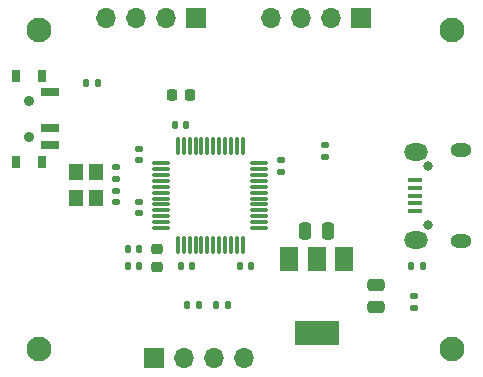
<source format=gbr>
%TF.GenerationSoftware,KiCad,Pcbnew,6.0.5-a6ca702e91~116~ubuntu20.04.1*%
%TF.CreationDate,2023-02-10T18:46:25+05:30*%
%TF.ProjectId,STM32_kicad,53544d33-325f-46b6-9963-61642e6b6963,rev?*%
%TF.SameCoordinates,Original*%
%TF.FileFunction,Soldermask,Top*%
%TF.FilePolarity,Negative*%
%FSLAX46Y46*%
G04 Gerber Fmt 4.6, Leading zero omitted, Abs format (unit mm)*
G04 Created by KiCad (PCBNEW 6.0.5-a6ca702e91~116~ubuntu20.04.1) date 2023-02-10 18:46:25*
%MOMM*%
%LPD*%
G01*
G04 APERTURE LIST*
G04 Aperture macros list*
%AMRoundRect*
0 Rectangle with rounded corners*
0 $1 Rounding radius*
0 $2 $3 $4 $5 $6 $7 $8 $9 X,Y pos of 4 corners*
0 Add a 4 corners polygon primitive as box body*
4,1,4,$2,$3,$4,$5,$6,$7,$8,$9,$2,$3,0*
0 Add four circle primitives for the rounded corners*
1,1,$1+$1,$2,$3*
1,1,$1+$1,$4,$5*
1,1,$1+$1,$6,$7*
1,1,$1+$1,$8,$9*
0 Add four rect primitives between the rounded corners*
20,1,$1+$1,$2,$3,$4,$5,0*
20,1,$1+$1,$4,$5,$6,$7,0*
20,1,$1+$1,$6,$7,$8,$9,0*
20,1,$1+$1,$8,$9,$2,$3,0*%
G04 Aperture macros list end*
%ADD10RoundRect,0.147500X-0.172500X0.147500X-0.172500X-0.147500X0.172500X-0.147500X0.172500X0.147500X0*%
%ADD11R,1.500000X0.700000*%
%ADD12C,0.900000*%
%ADD13R,0.800000X1.000000*%
%ADD14C,2.100000*%
%ADD15R,1.200000X1.400000*%
%ADD16RoundRect,0.140000X0.170000X-0.140000X0.170000X0.140000X-0.170000X0.140000X-0.170000X-0.140000X0*%
%ADD17R,1.700000X1.700000*%
%ADD18O,1.700000X1.700000*%
%ADD19RoundRect,0.135000X-0.135000X-0.185000X0.135000X-0.185000X0.135000X0.185000X-0.135000X0.185000X0*%
%ADD20RoundRect,0.135000X-0.185000X0.135000X-0.185000X-0.135000X0.185000X-0.135000X0.185000X0.135000X0*%
%ADD21RoundRect,0.250000X-0.250000X-0.475000X0.250000X-0.475000X0.250000X0.475000X-0.250000X0.475000X0*%
%ADD22RoundRect,0.140000X0.140000X0.170000X-0.140000X0.170000X-0.140000X-0.170000X0.140000X-0.170000X0*%
%ADD23RoundRect,0.250000X0.475000X-0.250000X0.475000X0.250000X-0.475000X0.250000X-0.475000X-0.250000X0*%
%ADD24RoundRect,0.140000X-0.170000X0.140000X-0.170000X-0.140000X0.170000X-0.140000X0.170000X0.140000X0*%
%ADD25R,1.500000X2.000000*%
%ADD26R,3.800000X2.000000*%
%ADD27RoundRect,0.218750X-0.256250X0.218750X-0.256250X-0.218750X0.256250X-0.218750X0.256250X0.218750X0*%
%ADD28RoundRect,0.140000X-0.140000X-0.170000X0.140000X-0.170000X0.140000X0.170000X-0.140000X0.170000X0*%
%ADD29RoundRect,0.225000X-0.225000X-0.250000X0.225000X-0.250000X0.225000X0.250000X-0.225000X0.250000X0*%
%ADD30RoundRect,0.135000X0.135000X0.185000X-0.135000X0.185000X-0.135000X-0.185000X0.135000X-0.185000X0*%
%ADD31RoundRect,0.075000X-0.662500X-0.075000X0.662500X-0.075000X0.662500X0.075000X-0.662500X0.075000X0*%
%ADD32RoundRect,0.075000X-0.075000X-0.662500X0.075000X-0.662500X0.075000X0.662500X-0.075000X0.662500X0*%
%ADD33O,2.000000X1.450000*%
%ADD34O,1.800000X1.150000*%
%ADD35R,1.300000X0.450000*%
%ADD36O,0.800000X0.800000*%
G04 APERTURE END LIST*
D10*
%TO.C,D1*%
X186250000Y-124015000D03*
X186250000Y-124985000D03*
%TD*%
D11*
%TO.C,SW1*%
X155430000Y-111250000D03*
X155430000Y-109750000D03*
X155430000Y-106750000D03*
D12*
X153670000Y-110500000D03*
D13*
X154780000Y-112650000D03*
X152570000Y-105350000D03*
X152570000Y-112650000D03*
X154780000Y-105350000D03*
D12*
X153670000Y-107500000D03*
%TD*%
D14*
%TO.C,H4*%
X154500000Y-101500000D03*
%TD*%
%TO.C,H3*%
X189500000Y-101500000D03*
%TD*%
%TO.C,H2*%
X189500000Y-128500000D03*
%TD*%
%TO.C,H1*%
X154500000Y-128500000D03*
%TD*%
D15*
%TO.C,Y1*%
X157650000Y-113500000D03*
X157650000Y-115700000D03*
X159350000Y-115700000D03*
X159350000Y-113500000D03*
%TD*%
D16*
%TO.C,C8*%
X161000000Y-116080000D03*
X161000000Y-115120000D03*
%TD*%
D17*
%TO.C,J3*%
X181800000Y-100500000D03*
D18*
X179260000Y-100500000D03*
X176720000Y-100500000D03*
X174180000Y-100500000D03*
%TD*%
D16*
%TO.C,C6*%
X163000000Y-112480000D03*
X163000000Y-111520000D03*
%TD*%
D19*
%TO.C,R4*%
X158490000Y-106000000D03*
X159510000Y-106000000D03*
%TD*%
D16*
%TO.C,C4*%
X161000000Y-114060000D03*
X161000000Y-113100000D03*
%TD*%
D20*
%TO.C,R5*%
X178750000Y-112250000D03*
X178750000Y-111230000D03*
%TD*%
D21*
%TO.C,C1*%
X178950000Y-118500000D03*
X177050000Y-118500000D03*
%TD*%
D22*
%TO.C,C9*%
X171520000Y-121500000D03*
X172480000Y-121500000D03*
%TD*%
D23*
%TO.C,C2*%
X183000000Y-123050000D03*
X183000000Y-124950000D03*
%TD*%
D24*
%TO.C,C7*%
X175000000Y-113480000D03*
X175000000Y-112520000D03*
%TD*%
D25*
%TO.C,U1*%
X175700000Y-120850000D03*
D26*
X178000000Y-127150000D03*
D25*
X178000000Y-120850000D03*
X180300000Y-120850000D03*
%TD*%
D19*
%TO.C,R1*%
X185990000Y-121500000D03*
X187010000Y-121500000D03*
%TD*%
D22*
%TO.C,C12*%
X162960000Y-120000000D03*
X162000000Y-120000000D03*
%TD*%
D27*
%TO.C,FB1*%
X164500000Y-120000000D03*
X164500000Y-121575000D03*
%TD*%
D28*
%TO.C,C13*%
X162040000Y-121500000D03*
X163000000Y-121500000D03*
%TD*%
D17*
%TO.C,J1*%
X164200000Y-129250000D03*
D18*
X166740000Y-129250000D03*
X169280000Y-129250000D03*
X171820000Y-129250000D03*
%TD*%
D28*
%TO.C,C10*%
X166980000Y-109500000D03*
X166020000Y-109500000D03*
%TD*%
D16*
%TO.C,C11*%
X163000000Y-116980000D03*
X163000000Y-116020000D03*
%TD*%
D29*
%TO.C,C3*%
X165725000Y-107000000D03*
X167275000Y-107000000D03*
%TD*%
D18*
%TO.C,J2*%
X160180000Y-100500000D03*
X162720000Y-100500000D03*
X165260000Y-100500000D03*
D17*
X167800000Y-100500000D03*
%TD*%
D30*
%TO.C,R2*%
X168010000Y-124750000D03*
X166990000Y-124750000D03*
%TD*%
D31*
%TO.C,U2*%
X164837500Y-112750000D03*
X164837500Y-113250000D03*
X164837500Y-113750000D03*
X164837500Y-114250000D03*
X164837500Y-114750000D03*
X164837500Y-115250000D03*
X164837500Y-115750000D03*
X164837500Y-116250000D03*
X164837500Y-116750000D03*
X164837500Y-117250000D03*
X164837500Y-117750000D03*
X164837500Y-118250000D03*
D32*
X166250000Y-119662500D03*
X166750000Y-119662500D03*
X167250000Y-119662500D03*
X167750000Y-119662500D03*
X168250000Y-119662500D03*
X168750000Y-119662500D03*
X169250000Y-119662500D03*
X169750000Y-119662500D03*
X170250000Y-119662500D03*
X170750000Y-119662500D03*
X171250000Y-119662500D03*
X171750000Y-119662500D03*
D31*
X173162500Y-118250000D03*
X173162500Y-117750000D03*
X173162500Y-117250000D03*
X173162500Y-116750000D03*
X173162500Y-116250000D03*
X173162500Y-115750000D03*
X173162500Y-115250000D03*
X173162500Y-114750000D03*
X173162500Y-114250000D03*
X173162500Y-113750000D03*
X173162500Y-113250000D03*
X173162500Y-112750000D03*
D32*
X171750000Y-111337500D03*
X171250000Y-111337500D03*
X170750000Y-111337500D03*
X170250000Y-111337500D03*
X169750000Y-111337500D03*
X169250000Y-111337500D03*
X168750000Y-111337500D03*
X168250000Y-111337500D03*
X167750000Y-111337500D03*
X167250000Y-111337500D03*
X166750000Y-111337500D03*
X166250000Y-111337500D03*
%TD*%
D19*
%TO.C,R3*%
X170510000Y-124750000D03*
X169490000Y-124750000D03*
%TD*%
D28*
%TO.C,C5*%
X167480000Y-121500000D03*
X166520000Y-121500000D03*
%TD*%
D33*
%TO.C,J4*%
X186395000Y-119230000D03*
D34*
X190195000Y-119380000D03*
X190195000Y-111630000D03*
D33*
X186395000Y-111780000D03*
D35*
X186345000Y-114205000D03*
X186345000Y-114855000D03*
X186345000Y-115505000D03*
X186345000Y-116155000D03*
X186345000Y-116805000D03*
D36*
X187445000Y-118005000D03*
X187445000Y-113005000D03*
%TD*%
M02*

</source>
